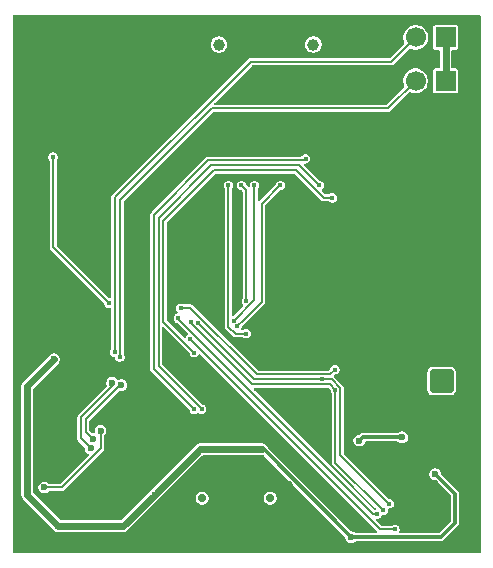
<source format=gbr>
%TF.GenerationSoftware,KiCad,Pcbnew,9.0.6*%
%TF.CreationDate,2025-12-31T22:25:04-08:00*%
%TF.ProjectId,SimpleFlightController,53696d70-6c65-4466-9c69-676874436f6e,rev?*%
%TF.SameCoordinates,Original*%
%TF.FileFunction,Copper,L2,Bot*%
%TF.FilePolarity,Positive*%
%FSLAX46Y46*%
G04 Gerber Fmt 4.6, Leading zero omitted, Abs format (unit mm)*
G04 Created by KiCad (PCBNEW 9.0.6) date 2025-12-31 22:25:04*
%MOMM*%
%LPD*%
G01*
G04 APERTURE LIST*
G04 Aperture macros list*
%AMRoundRect*
0 Rectangle with rounded corners*
0 $1 Rounding radius*
0 $2 $3 $4 $5 $6 $7 $8 $9 X,Y pos of 4 corners*
0 Add a 4 corners polygon primitive as box body*
4,1,4,$2,$3,$4,$5,$6,$7,$8,$9,$2,$3,0*
0 Add four circle primitives for the rounded corners*
1,1,$1+$1,$2,$3*
1,1,$1+$1,$4,$5*
1,1,$1+$1,$6,$7*
1,1,$1+$1,$8,$9*
0 Add four rect primitives between the rounded corners*
20,1,$1+$1,$2,$3,$4,$5,0*
20,1,$1+$1,$4,$5,$6,$7,0*
20,1,$1+$1,$6,$7,$8,$9,0*
20,1,$1+$1,$8,$9,$2,$3,0*%
G04 Aperture macros list end*
%TA.AperFunction,ComponentPad*%
%ADD10RoundRect,0.250000X0.750000X-0.750000X0.750000X0.750000X-0.750000X0.750000X-0.750000X-0.750000X0*%
%TD*%
%TA.AperFunction,ComponentPad*%
%ADD11C,2.000000*%
%TD*%
%TA.AperFunction,ComponentPad*%
%ADD12C,0.700000*%
%TD*%
%TA.AperFunction,ComponentPad*%
%ADD13O,1.100000X2.000000*%
%TD*%
%TA.AperFunction,ComponentPad*%
%ADD14O,1.200000X1.800000*%
%TD*%
%TA.AperFunction,ComponentPad*%
%ADD15R,1.700000X1.700000*%
%TD*%
%TA.AperFunction,ComponentPad*%
%ADD16C,1.700000*%
%TD*%
%TA.AperFunction,ComponentPad*%
%ADD17C,1.000000*%
%TD*%
%TA.AperFunction,ViaPad*%
%ADD18C,0.600000*%
%TD*%
%TA.AperFunction,ViaPad*%
%ADD19C,0.400000*%
%TD*%
%TA.AperFunction,Conductor*%
%ADD20C,0.300000*%
%TD*%
%TA.AperFunction,Conductor*%
%ADD21C,0.600000*%
%TD*%
%TA.AperFunction,Conductor*%
%ADD22C,0.200000*%
%TD*%
G04 APERTURE END LIST*
D10*
%TO.P,J1,1,Pin_1*%
%TO.N,BAT+*%
X178850000Y-119190000D03*
D11*
%TO.P,J1,2,Pin_2*%
%TO.N,GND*%
X178850000Y-116650000D03*
%TD*%
D12*
%TO.P,USB1,*%
%TO.N,*%
X158563434Y-129096569D03*
X164343434Y-129096569D03*
D13*
%TO.P,USB1,13,SHELL*%
%TO.N,GND*%
X157133434Y-128566569D03*
D14*
X157133434Y-132776569D03*
D13*
%TO.P,USB1,14,SHELL*%
X165773434Y-128566569D03*
D14*
X165773434Y-132776569D03*
%TD*%
D15*
%TO.P,J3,1,Pin_1*%
%TO.N,+5V*%
X179175000Y-93775000D03*
D16*
%TO.P,J3,2,Pin_2*%
%TO.N,/SERVO2*%
X176635000Y-93775000D03*
%TO.P,J3,3,Pin_3*%
%TO.N,GND*%
X174095000Y-93775000D03*
%TD*%
D17*
%TO.P,Card1,*%
%TO.N,*%
X167990000Y-90700000D03*
X159990000Y-90700000D03*
%TD*%
D15*
%TO.P,J2,1,Pin_1*%
%TO.N,+5V*%
X179190000Y-90100000D03*
D16*
%TO.P,J2,2,Pin_2*%
%TO.N,/SERVO1*%
X176650000Y-90100000D03*
%TO.P,J2,3,Pin_3*%
%TO.N,GND*%
X174110000Y-90100000D03*
%TD*%
D18*
%TO.N,GND*%
X175650000Y-113375000D03*
X173650000Y-126750000D03*
X149700000Y-126550000D03*
X161450000Y-112800000D03*
X178247182Y-127802818D03*
X168250000Y-121500000D03*
X147650000Y-119200000D03*
X164550000Y-120375000D03*
%TO.N,/BTST*%
X175500000Y-123950000D03*
X171880000Y-124230000D03*
%TO.N,+3.3V*%
X146025000Y-117350000D03*
X154550000Y-128800000D03*
X178298591Y-127076409D03*
X146400000Y-131475000D03*
X163675000Y-124975000D03*
X171189650Y-132400000D03*
X151875000Y-131475000D03*
D19*
%TO.N,/RESET*%
X145950000Y-100225000D03*
X150700000Y-112600000D03*
%TO.N,/SD_DAT1*%
X158525000Y-121575000D03*
X168500000Y-102625000D03*
%TO.N,/SD_DAT0*%
X157900000Y-121600000D03*
X167325000Y-100350000D03*
%TO.N,/SD_CD*%
X169600000Y-103675000D03*
X157900000Y-116775000D03*
%TO.N,/SD_DAT2*%
X162300000Y-115175000D03*
X160800000Y-102625000D03*
%TO.N,/SD_DAT3*%
X162317157Y-112442157D03*
X161900000Y-102625000D03*
%TO.N,/SD_CLK*%
X161537437Y-114537437D03*
X165200000Y-102625000D03*
%TO.N,/SD_CMD*%
X163000000Y-102625000D03*
X161246383Y-114121383D03*
%TO.N,/SERVO1*%
X151175000Y-116750000D03*
%TO.N,/SERVO2*%
X151600000Y-117150000D03*
%TO.N,/I2C_SDA*%
X169850000Y-119925000D03*
X173900000Y-130150000D03*
X157650000Y-114200000D03*
%TO.N,/I2C_SCL*%
X168725000Y-119050000D03*
X174400000Y-129575000D03*
X158257170Y-114282170D03*
%TO.N,/BQ_INT*%
X174900000Y-131750000D03*
X157550000Y-115650000D03*
%TO.N,/BQ_CE*%
X173375000Y-130450000D03*
X156550000Y-113868020D03*
D18*
%TO.N,/ICM_INT1*%
X145200000Y-128200000D03*
X149968935Y-123418935D03*
%TO.N,/ICM_CS*%
X149133265Y-124883265D03*
X150938298Y-119338298D03*
%TO.N,/ICM_SCK*%
X151712850Y-119538482D03*
X149289250Y-124098617D03*
D19*
%TO.N,/BMP_INT*%
X156750000Y-113000000D03*
X169800000Y-118225000D03*
%TD*%
D20*
%TO.N,/BTST*%
X175500000Y-123950000D02*
X172160000Y-123950000D01*
X172160000Y-123950000D02*
X171880000Y-124230000D01*
D21*
%TO.N,+5V*%
X179175000Y-93775000D02*
X179175000Y-90115000D01*
X179175000Y-90115000D02*
X179190000Y-90100000D01*
%TO.N,+3.3V*%
X143775000Y-128850000D02*
X146400000Y-131475000D01*
X143775000Y-119600000D02*
X143775000Y-128850000D01*
X154550000Y-128800000D02*
X151875000Y-131475000D01*
D20*
X180000000Y-131175000D02*
X178775000Y-132400000D01*
X171189650Y-132400000D02*
X163764650Y-124975000D01*
X178298591Y-127076409D02*
X180000000Y-128777818D01*
X180000000Y-128777818D02*
X180000000Y-131175000D01*
X163764650Y-124975000D02*
X163675000Y-124975000D01*
D21*
X158375000Y-124975000D02*
X154550000Y-128800000D01*
X163675000Y-124975000D02*
X158375000Y-124975000D01*
X151875000Y-131475000D02*
X146400000Y-131475000D01*
D20*
X178775000Y-132400000D02*
X171189650Y-132400000D01*
D21*
X146025000Y-117350000D02*
X143775000Y-119600000D01*
D22*
%TO.N,/RESET*%
X145950000Y-100225000D02*
X145950000Y-107850000D01*
X145950000Y-107850000D02*
X150700000Y-112600000D01*
%TO.N,/SD_DAT1*%
X154875000Y-105375000D02*
X159350000Y-100900000D01*
X154875000Y-117925000D02*
X154875000Y-105375000D01*
X158525000Y-121575000D02*
X154875000Y-117925000D01*
X159350000Y-100900000D02*
X166775000Y-100900000D01*
X166775000Y-100900000D02*
X168500000Y-102625000D01*
%TO.N,/SD_DAT0*%
X154475000Y-118175000D02*
X157900000Y-121600000D01*
X167325000Y-100350000D02*
X167175000Y-100500000D01*
X167175000Y-100500000D02*
X159100000Y-100500000D01*
X159100000Y-100500000D02*
X154475000Y-105125000D01*
X154475000Y-105125000D02*
X154475000Y-118175000D01*
%TO.N,/SD_CD*%
X166525000Y-101325000D02*
X168875000Y-103675000D01*
X168875000Y-103675000D02*
X169600000Y-103675000D01*
X159575000Y-101325000D02*
X166525000Y-101325000D01*
X155275000Y-105625000D02*
X159575000Y-101325000D01*
X155275000Y-114150000D02*
X155275000Y-105625000D01*
X157900000Y-116775000D02*
X155275000Y-114150000D01*
%TO.N,/SD_DAT2*%
X160800000Y-102625000D02*
X160800000Y-114575000D01*
X161400000Y-115175000D02*
X162300000Y-115175000D01*
X160800000Y-114575000D02*
X161400000Y-115175000D01*
%TO.N,/SD_DAT3*%
X162300000Y-103025000D02*
X161900000Y-102625000D01*
X162317157Y-112442157D02*
X162300000Y-112425000D01*
X162300000Y-112425000D02*
X162300000Y-103025000D01*
%TO.N,/SD_CLK*%
X162075000Y-114000000D02*
X163600000Y-112475000D01*
X161537437Y-114537437D02*
X162074874Y-114000000D01*
X163600000Y-112475000D02*
X163600000Y-104225000D01*
X163600000Y-104225000D02*
X165200000Y-102625000D01*
X162074874Y-114000000D02*
X162075000Y-114000000D01*
%TO.N,/SD_CMD*%
X161246383Y-114078617D02*
X163000000Y-112325000D01*
X161246383Y-114121383D02*
X161246383Y-114078617D01*
X163000000Y-112325000D02*
X163000000Y-102625000D01*
%TO.N,/SERVO1*%
X174600000Y-92150000D02*
X176650000Y-90100000D01*
X151175000Y-116750000D02*
X151175000Y-103650000D01*
X151175000Y-103650000D02*
X162675000Y-92150000D01*
X162675000Y-92150000D02*
X174600000Y-92150000D01*
%TO.N,/SERVO2*%
X151650000Y-117100000D02*
X151650000Y-103825000D01*
X174310000Y-96100000D02*
X176635000Y-93775000D01*
X151650000Y-103825000D02*
X159375000Y-96100000D01*
X159375000Y-96100000D02*
X174310000Y-96100000D01*
X151600000Y-117150000D02*
X151650000Y-117100000D01*
%TO.N,/I2C_SDA*%
X169850000Y-120475000D02*
X169850000Y-119925000D01*
X157650000Y-114300000D02*
X162825000Y-119475000D01*
X157650000Y-114200000D02*
X157650000Y-114300000D01*
X169400000Y-119475000D02*
X169850000Y-119925000D01*
X173900000Y-130150000D02*
X169850000Y-126100000D01*
X162825000Y-119475000D02*
X169400000Y-119475000D01*
X169850000Y-126100000D02*
X169850000Y-120475000D01*
%TO.N,/I2C_SCL*%
X158257170Y-114282170D02*
X158294670Y-114319670D01*
X158294670Y-114344670D02*
X163000000Y-119050000D01*
X174400000Y-129575000D02*
X170251000Y-125426000D01*
X170251000Y-125426000D02*
X170251000Y-119758900D01*
X163000000Y-119050000D02*
X168725000Y-119050000D01*
X170251000Y-119758900D02*
X169542100Y-119050000D01*
X169542100Y-119050000D02*
X168725000Y-119050000D01*
X158294670Y-114319670D02*
X158294670Y-114344670D01*
%TO.N,/BQ_INT*%
X173650000Y-131750000D02*
X157550000Y-115650000D01*
X174900000Y-131750000D02*
X173650000Y-131750000D01*
%TO.N,/BQ_CE*%
X156550000Y-113950000D02*
X173050000Y-130450000D01*
X156550000Y-113868020D02*
X156550000Y-113950000D01*
X173050000Y-130450000D02*
X173375000Y-130450000D01*
%TO.N,/ICM_INT1*%
X146666473Y-128200000D02*
X149968935Y-124897538D01*
X145200000Y-128200000D02*
X146666473Y-128200000D01*
X149968935Y-124897538D02*
X149968935Y-123418935D01*
%TO.N,/ICM_CS*%
X150938298Y-119338298D02*
X150938298Y-119611702D01*
X150938298Y-119611702D02*
X148300000Y-122250000D01*
X148300000Y-124050000D02*
X149133265Y-124883265D01*
X148300000Y-122250000D02*
X148300000Y-124050000D01*
%TO.N,/ICM_SCK*%
X151712850Y-119538482D02*
X151611518Y-119538482D01*
X148718935Y-122431065D02*
X148718935Y-123528302D01*
X151611518Y-119538482D02*
X148718935Y-122431065D01*
X148718935Y-123528302D02*
X149289250Y-124098617D01*
%TO.N,/BMP_INT*%
X163200000Y-118625000D02*
X157575000Y-113000000D01*
X157575000Y-113000000D02*
X156750000Y-113000000D01*
X169800000Y-118225000D02*
X169400000Y-118625000D01*
X169400000Y-118625000D02*
X163200000Y-118625000D01*
%TD*%
%TA.AperFunction,Conductor*%
%TO.N,GND*%
G36*
X169292712Y-119794407D02*
G01*
X169304525Y-119804496D01*
X169421453Y-119921424D01*
X169447051Y-119971665D01*
X169447821Y-119971459D01*
X169448791Y-119975079D01*
X169449230Y-119975941D01*
X169449476Y-119977636D01*
X169449500Y-119977725D01*
X169449500Y-119977727D01*
X169463593Y-120030325D01*
X169476794Y-120079589D01*
X169476794Y-120079590D01*
X169532764Y-120176532D01*
X169531509Y-120177256D01*
X169549466Y-120227968D01*
X169549500Y-120230557D01*
X169549500Y-126139564D01*
X169569978Y-126215988D01*
X169569980Y-126215992D01*
X169609538Y-126284508D01*
X169609540Y-126284511D01*
X171459137Y-128134108D01*
X173244191Y-129919162D01*
X173256965Y-129944233D01*
X173271023Y-129968582D01*
X173270740Y-129971269D01*
X173271968Y-129973679D01*
X173267566Y-130001468D01*
X173264628Y-130029432D01*
X173262820Y-130031440D01*
X173262397Y-130034111D01*
X173223688Y-130074902D01*
X173210982Y-130082238D01*
X173151134Y-130094960D01*
X173095238Y-130070074D01*
X173091477Y-130066506D01*
X162969475Y-119944504D01*
X162941698Y-119889987D01*
X162951269Y-119829555D01*
X162994534Y-119786290D01*
X163039479Y-119775500D01*
X169234521Y-119775500D01*
X169292712Y-119794407D01*
G37*
%TD.AperFunction*%
%TA.AperFunction,Conductor*%
G36*
X182108691Y-88194407D02*
G01*
X182144655Y-88243907D01*
X182149500Y-88274500D01*
X182149500Y-133675500D01*
X182130593Y-133733691D01*
X182081093Y-133769655D01*
X182050500Y-133774500D01*
X142649500Y-133774500D01*
X142591309Y-133755593D01*
X142555345Y-133706093D01*
X142550500Y-133675500D01*
X142550500Y-119534108D01*
X143274500Y-119534108D01*
X143274500Y-128784108D01*
X143274500Y-128915892D01*
X143283243Y-128948521D01*
X143308609Y-129043190D01*
X143374496Y-129157309D01*
X143374497Y-129157310D01*
X143374498Y-129157311D01*
X143374500Y-129157314D01*
X145999500Y-131782314D01*
X145999499Y-131782314D01*
X146092685Y-131875499D01*
X146092690Y-131875503D01*
X146206810Y-131941390D01*
X146206808Y-131941390D01*
X146206812Y-131941391D01*
X146206814Y-131941392D01*
X146334108Y-131975500D01*
X146334110Y-131975500D01*
X151940890Y-131975500D01*
X151940892Y-131975500D01*
X152068186Y-131941392D01*
X152068188Y-131941390D01*
X152068190Y-131941390D01*
X152182309Y-131875503D01*
X152182309Y-131875502D01*
X152182314Y-131875500D01*
X154857311Y-129200501D01*
X154857314Y-129200500D01*
X155033720Y-129024094D01*
X158012934Y-129024094D01*
X158012934Y-129169044D01*
X158042521Y-129279465D01*
X158050451Y-129309058D01*
X158122921Y-129434579D01*
X158122923Y-129434581D01*
X158122925Y-129434584D01*
X158225419Y-129537078D01*
X158225421Y-129537079D01*
X158225423Y-129537081D01*
X158350945Y-129609551D01*
X158350946Y-129609551D01*
X158350949Y-129609553D01*
X158490959Y-129647069D01*
X158490960Y-129647069D01*
X158635908Y-129647069D01*
X158635909Y-129647069D01*
X158775919Y-129609553D01*
X158775921Y-129609551D01*
X158775923Y-129609551D01*
X158901444Y-129537081D01*
X158901444Y-129537080D01*
X158901449Y-129537078D01*
X159003943Y-129434584D01*
X159012125Y-129420413D01*
X159076416Y-129309058D01*
X159076416Y-129309056D01*
X159076418Y-129309054D01*
X159113934Y-129169044D01*
X159113934Y-129024094D01*
X163792934Y-129024094D01*
X163792934Y-129169044D01*
X163822521Y-129279465D01*
X163830451Y-129309058D01*
X163902921Y-129434579D01*
X163902923Y-129434581D01*
X163902925Y-129434584D01*
X164005419Y-129537078D01*
X164005421Y-129537079D01*
X164005423Y-129537081D01*
X164130945Y-129609551D01*
X164130946Y-129609551D01*
X164130949Y-129609553D01*
X164270959Y-129647069D01*
X164270960Y-129647069D01*
X164415908Y-129647069D01*
X164415909Y-129647069D01*
X164555919Y-129609553D01*
X164555921Y-129609551D01*
X164555923Y-129609551D01*
X164681444Y-129537081D01*
X164681444Y-129537080D01*
X164681449Y-129537078D01*
X164783943Y-129434584D01*
X164792125Y-129420413D01*
X164856416Y-129309058D01*
X164856416Y-129309056D01*
X164856418Y-129309054D01*
X164893934Y-129169044D01*
X164893934Y-129024094D01*
X164856418Y-128884084D01*
X164856416Y-128884081D01*
X164856416Y-128884079D01*
X164783946Y-128758558D01*
X164783944Y-128758556D01*
X164783943Y-128758554D01*
X164681449Y-128656060D01*
X164681446Y-128656058D01*
X164681444Y-128656056D01*
X164555922Y-128583586D01*
X164555923Y-128583586D01*
X164477625Y-128562606D01*
X164415909Y-128546069D01*
X164270959Y-128546069D01*
X164209243Y-128562606D01*
X164130944Y-128583586D01*
X164005423Y-128656056D01*
X163902921Y-128758558D01*
X163830451Y-128884079D01*
X163821927Y-128915892D01*
X163792934Y-129024094D01*
X159113934Y-129024094D01*
X159076418Y-128884084D01*
X159076416Y-128884081D01*
X159076416Y-128884079D01*
X159003946Y-128758558D01*
X159003944Y-128758556D01*
X159003943Y-128758554D01*
X158901449Y-128656060D01*
X158901446Y-128656058D01*
X158901444Y-128656056D01*
X158775922Y-128583586D01*
X158775923Y-128583586D01*
X158697625Y-128562606D01*
X158635909Y-128546069D01*
X158490959Y-128546069D01*
X158429243Y-128562606D01*
X158350944Y-128583586D01*
X158225423Y-128656056D01*
X158122921Y-128758558D01*
X158050451Y-128884079D01*
X158041927Y-128915892D01*
X158012934Y-129024094D01*
X155033720Y-129024094D01*
X158553318Y-125504496D01*
X158607835Y-125476719D01*
X158623322Y-125475500D01*
X163728460Y-125475500D01*
X163786651Y-125494407D01*
X163798464Y-125504496D01*
X170660154Y-132366186D01*
X170687931Y-132420703D01*
X170689150Y-132436190D01*
X170689150Y-132465892D01*
X170719229Y-132578151D01*
X170723259Y-132593190D01*
X170789146Y-132707309D01*
X170789148Y-132707311D01*
X170789150Y-132707314D01*
X170882336Y-132800500D01*
X170882338Y-132800501D01*
X170882340Y-132800503D01*
X170996460Y-132866390D01*
X170996458Y-132866390D01*
X170996462Y-132866391D01*
X170996464Y-132866392D01*
X171123758Y-132900500D01*
X171123760Y-132900500D01*
X171255540Y-132900500D01*
X171255542Y-132900500D01*
X171382836Y-132866392D01*
X171382838Y-132866390D01*
X171382840Y-132866390D01*
X171496959Y-132800503D01*
X171496959Y-132800502D01*
X171496964Y-132800500D01*
X171517969Y-132779494D01*
X171572484Y-132751719D01*
X171587971Y-132750500D01*
X178821142Y-132750500D01*
X178821144Y-132750500D01*
X178910288Y-132726614D01*
X178990212Y-132680470D01*
X180280470Y-131390212D01*
X180326614Y-131310288D01*
X180350500Y-131221144D01*
X180350500Y-128731674D01*
X180326614Y-128642530D01*
X180311970Y-128617165D01*
X180302349Y-128600501D01*
X180292582Y-128583585D01*
X180280470Y-128562606D01*
X178828087Y-127110223D01*
X178800310Y-127055706D01*
X178799091Y-127040219D01*
X178799091Y-127010518D01*
X178799091Y-127010517D01*
X178764983Y-126883223D01*
X178764981Y-126883220D01*
X178764981Y-126883218D01*
X178699094Y-126769099D01*
X178699092Y-126769097D01*
X178699091Y-126769095D01*
X178605905Y-126675909D01*
X178605902Y-126675907D01*
X178605900Y-126675905D01*
X178491780Y-126610018D01*
X178491782Y-126610018D01*
X178442390Y-126596784D01*
X178364483Y-126575909D01*
X178232699Y-126575909D01*
X178154791Y-126596784D01*
X178105400Y-126610018D01*
X177991281Y-126675905D01*
X177898087Y-126769099D01*
X177832200Y-126883218D01*
X177832199Y-126883223D01*
X177798091Y-127010517D01*
X177798091Y-127142301D01*
X177828170Y-127254560D01*
X177832200Y-127269599D01*
X177898087Y-127383718D01*
X177898089Y-127383720D01*
X177898091Y-127383723D01*
X177991277Y-127476909D01*
X177991279Y-127476910D01*
X177991281Y-127476912D01*
X178105401Y-127542799D01*
X178105399Y-127542799D01*
X178105403Y-127542800D01*
X178105405Y-127542801D01*
X178232699Y-127576909D01*
X178262401Y-127576909D01*
X178320592Y-127595816D01*
X178332405Y-127605905D01*
X179620504Y-128894004D01*
X179648281Y-128948521D01*
X179649500Y-128964008D01*
X179649500Y-130988810D01*
X179630593Y-131047001D01*
X179620504Y-131058814D01*
X178658814Y-132020504D01*
X178604297Y-132048281D01*
X178588810Y-132049500D01*
X175361014Y-132049500D01*
X175302823Y-132030593D01*
X175266859Y-131981093D01*
X175266859Y-131919907D01*
X175270967Y-131910681D01*
X175270724Y-131910581D01*
X175273202Y-131904594D01*
X175273207Y-131904587D01*
X175300500Y-131802727D01*
X175300500Y-131697273D01*
X175273207Y-131595413D01*
X175220480Y-131504087D01*
X175145913Y-131429520D01*
X175077829Y-131390212D01*
X175054589Y-131376794D01*
X175054588Y-131376793D01*
X175054587Y-131376793D01*
X174952727Y-131349500D01*
X174847273Y-131349500D01*
X174745413Y-131376793D01*
X174745412Y-131376793D01*
X174745410Y-131376794D01*
X174745409Y-131376794D01*
X174648468Y-131432764D01*
X174647743Y-131431509D01*
X174597032Y-131449466D01*
X174594443Y-131449500D01*
X173815479Y-131449500D01*
X173757288Y-131430593D01*
X173745475Y-131420504D01*
X173344475Y-131019504D01*
X173316698Y-130964987D01*
X173326269Y-130904555D01*
X173369534Y-130861290D01*
X173414479Y-130850500D01*
X173427725Y-130850500D01*
X173427727Y-130850500D01*
X173529587Y-130823207D01*
X173620913Y-130770480D01*
X173695480Y-130695913D01*
X173748207Y-130604587D01*
X173748208Y-130604582D01*
X173751150Y-130599487D01*
X173796620Y-130558546D01*
X173840784Y-130552142D01*
X173840784Y-130550500D01*
X173952725Y-130550500D01*
X173952727Y-130550500D01*
X174054587Y-130523207D01*
X174145913Y-130470480D01*
X174220480Y-130395913D01*
X174273207Y-130304587D01*
X174300500Y-130202727D01*
X174300500Y-130097273D01*
X174300499Y-130097272D01*
X174299653Y-130090841D01*
X174301764Y-130090562D01*
X174304464Y-130039025D01*
X174342967Y-129991474D01*
X174396890Y-129975500D01*
X174452725Y-129975500D01*
X174452727Y-129975500D01*
X174554587Y-129948207D01*
X174645913Y-129895480D01*
X174720480Y-129820913D01*
X174773207Y-129729587D01*
X174800500Y-129627727D01*
X174800500Y-129522273D01*
X174773207Y-129420413D01*
X174720480Y-129329087D01*
X174645913Y-129254520D01*
X174566465Y-129208651D01*
X174554589Y-129201794D01*
X174554588Y-129201793D01*
X174554587Y-129201793D01*
X174452727Y-129174500D01*
X174452725Y-129174500D01*
X174446459Y-129172821D01*
X174446833Y-129171422D01*
X174398273Y-129148254D01*
X174396424Y-129146453D01*
X170580496Y-125330525D01*
X170552719Y-125276008D01*
X170551500Y-125260521D01*
X170551500Y-124164108D01*
X171379500Y-124164108D01*
X171379500Y-124295892D01*
X171388504Y-124329496D01*
X171413609Y-124423190D01*
X171479496Y-124537309D01*
X171479498Y-124537311D01*
X171479500Y-124537314D01*
X171572686Y-124630500D01*
X171572688Y-124630501D01*
X171572690Y-124630503D01*
X171686810Y-124696390D01*
X171686808Y-124696390D01*
X171686812Y-124696391D01*
X171686814Y-124696392D01*
X171814108Y-124730500D01*
X171814110Y-124730500D01*
X171945890Y-124730500D01*
X171945892Y-124730500D01*
X172073186Y-124696392D01*
X172073188Y-124696390D01*
X172073190Y-124696390D01*
X172187309Y-124630503D01*
X172187309Y-124630502D01*
X172187314Y-124630500D01*
X172280500Y-124537314D01*
X172346392Y-124423186D01*
X172353278Y-124397483D01*
X172359605Y-124373876D01*
X172392929Y-124322562D01*
X172450050Y-124300636D01*
X172455231Y-124300500D01*
X175101679Y-124300500D01*
X175159870Y-124319407D01*
X175171676Y-124329490D01*
X175192686Y-124350500D01*
X175192688Y-124350501D01*
X175192690Y-124350503D01*
X175306810Y-124416390D01*
X175306808Y-124416390D01*
X175306812Y-124416391D01*
X175306814Y-124416392D01*
X175434108Y-124450500D01*
X175434110Y-124450500D01*
X175565890Y-124450500D01*
X175565892Y-124450500D01*
X175693186Y-124416392D01*
X175693188Y-124416390D01*
X175693190Y-124416390D01*
X175807309Y-124350503D01*
X175807309Y-124350502D01*
X175807314Y-124350500D01*
X175900500Y-124257314D01*
X175900503Y-124257309D01*
X175966390Y-124143190D01*
X175966390Y-124143188D01*
X175966392Y-124143186D01*
X176000500Y-124015892D01*
X176000500Y-123884108D01*
X175966392Y-123756814D01*
X175966390Y-123756811D01*
X175966390Y-123756809D01*
X175900503Y-123642690D01*
X175900501Y-123642688D01*
X175900500Y-123642686D01*
X175807314Y-123549500D01*
X175807311Y-123549498D01*
X175807309Y-123549496D01*
X175693189Y-123483609D01*
X175693191Y-123483609D01*
X175643799Y-123470375D01*
X175565892Y-123449500D01*
X175434108Y-123449500D01*
X175356200Y-123470375D01*
X175306809Y-123483609D01*
X175192690Y-123549496D01*
X175192689Y-123549497D01*
X175192686Y-123549499D01*
X175192686Y-123549500D01*
X175171680Y-123570505D01*
X175117166Y-123598281D01*
X175101679Y-123599500D01*
X172206144Y-123599500D01*
X172113856Y-123599500D01*
X172024712Y-123623386D01*
X171944788Y-123669530D01*
X171913813Y-123700505D01*
X171859296Y-123728281D01*
X171843810Y-123729500D01*
X171814108Y-123729500D01*
X171736200Y-123750375D01*
X171686809Y-123763609D01*
X171572690Y-123829496D01*
X171479496Y-123922690D01*
X171413609Y-124036809D01*
X171413608Y-124036814D01*
X171379500Y-124164108D01*
X170551500Y-124164108D01*
X170551500Y-119719337D01*
X170551499Y-119719335D01*
X170531021Y-119642911D01*
X170531019Y-119642907D01*
X170491460Y-119574389D01*
X170435511Y-119518439D01*
X170435511Y-119518440D01*
X169753521Y-118836450D01*
X169746403Y-118822479D01*
X169735317Y-118811393D01*
X169732864Y-118795907D01*
X169725746Y-118781936D01*
X169728198Y-118766448D01*
X169725746Y-118750961D01*
X169732864Y-118736991D01*
X169735317Y-118721504D01*
X169753519Y-118696450D01*
X169796425Y-118653545D01*
X169846664Y-118627947D01*
X169846459Y-118627179D01*
X169850075Y-118626209D01*
X169850941Y-118625769D01*
X169852641Y-118625522D01*
X169852723Y-118625500D01*
X169852727Y-118625500D01*
X169954587Y-118598207D01*
X170045913Y-118545480D01*
X170120480Y-118470913D01*
X170169663Y-118385725D01*
X177649500Y-118385725D01*
X177649500Y-119994274D01*
X177652353Y-120024694D01*
X177652355Y-120024703D01*
X177697207Y-120152883D01*
X177777845Y-120262144D01*
X177777847Y-120262146D01*
X177777850Y-120262150D01*
X177777853Y-120262152D01*
X177777855Y-120262154D01*
X177887116Y-120342792D01*
X177887117Y-120342792D01*
X177887118Y-120342793D01*
X178015301Y-120387646D01*
X178045725Y-120390499D01*
X178045727Y-120390500D01*
X178045734Y-120390500D01*
X179654273Y-120390500D01*
X179654273Y-120390499D01*
X179684699Y-120387646D01*
X179812882Y-120342793D01*
X179922150Y-120262150D01*
X180002793Y-120152882D01*
X180047646Y-120024699D01*
X180050499Y-119994273D01*
X180050500Y-119994273D01*
X180050500Y-118385727D01*
X180050499Y-118385725D01*
X180049924Y-118379590D01*
X180047646Y-118355301D01*
X180002793Y-118227118D01*
X180002505Y-118226728D01*
X179922154Y-118117855D01*
X179922152Y-118117853D01*
X179922150Y-118117850D01*
X179922146Y-118117847D01*
X179922144Y-118117845D01*
X179812883Y-118037207D01*
X179684703Y-117992355D01*
X179684694Y-117992353D01*
X179654274Y-117989500D01*
X179654266Y-117989500D01*
X178045734Y-117989500D01*
X178045725Y-117989500D01*
X178015305Y-117992353D01*
X178015296Y-117992355D01*
X177887116Y-118037207D01*
X177777855Y-118117845D01*
X177777845Y-118117855D01*
X177697207Y-118227116D01*
X177652355Y-118355296D01*
X177652353Y-118355305D01*
X177649500Y-118385725D01*
X170169663Y-118385725D01*
X170173207Y-118379587D01*
X170200500Y-118277727D01*
X170200500Y-118172273D01*
X170173207Y-118070413D01*
X170120480Y-117979087D01*
X170045913Y-117904520D01*
X169954587Y-117851793D01*
X169852727Y-117824500D01*
X169747273Y-117824500D01*
X169645413Y-117851793D01*
X169645412Y-117851793D01*
X169645410Y-117851794D01*
X169645409Y-117851794D01*
X169554089Y-117904518D01*
X169479518Y-117979089D01*
X169426794Y-118070409D01*
X169426794Y-118070410D01*
X169399152Y-118173570D01*
X169399230Y-118174057D01*
X169398792Y-118174916D01*
X169397821Y-118178541D01*
X169397050Y-118178334D01*
X169385900Y-118200218D01*
X169373252Y-118226728D01*
X169371453Y-118228574D01*
X169304525Y-118295503D01*
X169250009Y-118323281D01*
X169234521Y-118324500D01*
X163365479Y-118324500D01*
X163307288Y-118305593D01*
X163295475Y-118295504D01*
X160548176Y-115548205D01*
X157759511Y-112759540D01*
X157750066Y-112754087D01*
X157690989Y-112719979D01*
X157690988Y-112719978D01*
X157690987Y-112719978D01*
X157614564Y-112699500D01*
X157614562Y-112699500D01*
X157055557Y-112699500D01*
X157001929Y-112682075D01*
X157001532Y-112682764D01*
X156998293Y-112680894D01*
X156997366Y-112680593D01*
X156995985Y-112679561D01*
X156904589Y-112626794D01*
X156904588Y-112626793D01*
X156904587Y-112626793D01*
X156802727Y-112599500D01*
X156697273Y-112599500D01*
X156595413Y-112626793D01*
X156595412Y-112626793D01*
X156595410Y-112626794D01*
X156595409Y-112626794D01*
X156504089Y-112679518D01*
X156429518Y-112754089D01*
X156376794Y-112845409D01*
X156376794Y-112845410D01*
X156376793Y-112845412D01*
X156376793Y-112845413D01*
X156349500Y-112947273D01*
X156349500Y-113052727D01*
X156376793Y-113154587D01*
X156376794Y-113154589D01*
X156376794Y-113154590D01*
X156429518Y-113245910D01*
X156429520Y-113245913D01*
X156497365Y-113313758D01*
X156525141Y-113368273D01*
X156515570Y-113428705D01*
X156472305Y-113471970D01*
X156452984Y-113479386D01*
X156395416Y-113494811D01*
X156395409Y-113494814D01*
X156304089Y-113547538D01*
X156229518Y-113622109D01*
X156176794Y-113713429D01*
X156176794Y-113713430D01*
X156176793Y-113713432D01*
X156176793Y-113713433D01*
X156149500Y-113815293D01*
X156149500Y-113920747D01*
X156158434Y-113954089D01*
X156176794Y-114022609D01*
X156176794Y-114022610D01*
X156229025Y-114113076D01*
X156229520Y-114113933D01*
X156304087Y-114188500D01*
X156304089Y-114188501D01*
X156395407Y-114241224D01*
X156395408Y-114241224D01*
X156395413Y-114241227D01*
X156398254Y-114241988D01*
X156400799Y-114243457D01*
X156401411Y-114243711D01*
X156401377Y-114243791D01*
X156442641Y-114267612D01*
X157339944Y-115164915D01*
X157367721Y-115219432D01*
X157358150Y-115279864D01*
X157319442Y-115320654D01*
X157304089Y-115329518D01*
X157229519Y-115404088D01*
X157193203Y-115466989D01*
X157147733Y-115507929D01*
X157086883Y-115514324D01*
X157037463Y-115487492D01*
X155604496Y-114054525D01*
X155576719Y-114000008D01*
X155575500Y-113984521D01*
X155575500Y-105790479D01*
X155594407Y-105732288D01*
X155604496Y-105720475D01*
X158752698Y-102572273D01*
X160399500Y-102572273D01*
X160399500Y-102677727D01*
X160421090Y-102758302D01*
X160426794Y-102779589D01*
X160426794Y-102779590D01*
X160482764Y-102876532D01*
X160481509Y-102877256D01*
X160499466Y-102927968D01*
X160499500Y-102930557D01*
X160499500Y-114614562D01*
X160519979Y-114690989D01*
X160520577Y-114692024D01*
X160559540Y-114759511D01*
X161159540Y-115359511D01*
X161159539Y-115359511D01*
X161215489Y-115415460D01*
X161284007Y-115455019D01*
X161284011Y-115455021D01*
X161360435Y-115475499D01*
X161360437Y-115475500D01*
X161360438Y-115475500D01*
X161439562Y-115475500D01*
X161994443Y-115475500D01*
X162048070Y-115492924D01*
X162048468Y-115492236D01*
X162051706Y-115494105D01*
X162052634Y-115494407D01*
X162054014Y-115495438D01*
X162075649Y-115507929D01*
X162145413Y-115548207D01*
X162247273Y-115575500D01*
X162247275Y-115575500D01*
X162352725Y-115575500D01*
X162352727Y-115575500D01*
X162454587Y-115548207D01*
X162545913Y-115495480D01*
X162620480Y-115420913D01*
X162673207Y-115329587D01*
X162700500Y-115227727D01*
X162700500Y-115122273D01*
X162673207Y-115020413D01*
X162620480Y-114929087D01*
X162545913Y-114854520D01*
X162454587Y-114801793D01*
X162352727Y-114774500D01*
X162247273Y-114774500D01*
X162145413Y-114801793D01*
X162145412Y-114801793D01*
X162145410Y-114801794D01*
X162145409Y-114801794D01*
X162052927Y-114855189D01*
X162052634Y-114855593D01*
X162051706Y-114855894D01*
X162048468Y-114857764D01*
X162048070Y-114857075D01*
X162024694Y-114864670D01*
X161997032Y-114874466D01*
X161994443Y-114874500D01*
X161976764Y-114874500D01*
X161918573Y-114855593D01*
X161882609Y-114806093D01*
X161882609Y-114744907D01*
X161891028Y-114726000D01*
X161891459Y-114725252D01*
X161910644Y-114692024D01*
X161937937Y-114590164D01*
X161937937Y-114590161D01*
X161939616Y-114583896D01*
X161941017Y-114584271D01*
X161964169Y-114535723D01*
X161965948Y-114533896D01*
X162254356Y-114245487D01*
X162255374Y-114244596D01*
X162259508Y-114240461D01*
X162259511Y-114240460D01*
X162315460Y-114184511D01*
X163840460Y-112659511D01*
X163859350Y-112626793D01*
X163880020Y-112590992D01*
X163880020Y-112590990D01*
X163880022Y-112590988D01*
X163900500Y-112514562D01*
X163900500Y-112435438D01*
X163900500Y-104390479D01*
X163919407Y-104332288D01*
X163929496Y-104320475D01*
X164522246Y-103727725D01*
X165196426Y-103053544D01*
X165246664Y-103027947D01*
X165246459Y-103027179D01*
X165250075Y-103026209D01*
X165250941Y-103025769D01*
X165252642Y-103025522D01*
X165252724Y-103025500D01*
X165252727Y-103025500D01*
X165354587Y-102998207D01*
X165445913Y-102945480D01*
X165520480Y-102870913D01*
X165573207Y-102779587D01*
X165600500Y-102677727D01*
X165600500Y-102572273D01*
X165573207Y-102470413D01*
X165520480Y-102379087D01*
X165445913Y-102304520D01*
X165354587Y-102251793D01*
X165252727Y-102224500D01*
X165147273Y-102224500D01*
X165045413Y-102251793D01*
X165045412Y-102251793D01*
X165045410Y-102251794D01*
X165045409Y-102251794D01*
X164954089Y-102304518D01*
X164879518Y-102379089D01*
X164826794Y-102470409D01*
X164826794Y-102470410D01*
X164797821Y-102578541D01*
X164796422Y-102578166D01*
X164773252Y-102626728D01*
X164771453Y-102628575D01*
X163469504Y-103930525D01*
X163414987Y-103958302D01*
X163354555Y-103948731D01*
X163311290Y-103905466D01*
X163300500Y-103860521D01*
X163300500Y-102930557D01*
X163317924Y-102876929D01*
X163317236Y-102876532D01*
X163319105Y-102873293D01*
X163319407Y-102872366D01*
X163320438Y-102870985D01*
X163320482Y-102870910D01*
X163373207Y-102779587D01*
X163400500Y-102677727D01*
X163400500Y-102572273D01*
X163373207Y-102470413D01*
X163320480Y-102379087D01*
X163245913Y-102304520D01*
X163154587Y-102251793D01*
X163052727Y-102224500D01*
X162947273Y-102224500D01*
X162845413Y-102251793D01*
X162845412Y-102251793D01*
X162845410Y-102251794D01*
X162845409Y-102251794D01*
X162754089Y-102304518D01*
X162679518Y-102379089D01*
X162626794Y-102470409D01*
X162626794Y-102470410D01*
X162599500Y-102572274D01*
X162599500Y-102660521D01*
X162592336Y-102682568D01*
X162588710Y-102705466D01*
X162583061Y-102711114D01*
X162580593Y-102718712D01*
X162561836Y-102732339D01*
X162545445Y-102748731D01*
X162537555Y-102749980D01*
X162531093Y-102754676D01*
X162507908Y-102754676D01*
X162485013Y-102758302D01*
X162477896Y-102754676D01*
X162469907Y-102754676D01*
X162430496Y-102730525D01*
X162328546Y-102628575D01*
X162302948Y-102578334D01*
X162302179Y-102578541D01*
X162301209Y-102574922D01*
X162300769Y-102574058D01*
X162300522Y-102572357D01*
X162300500Y-102572274D01*
X162300500Y-102572273D01*
X162273207Y-102470413D01*
X162220480Y-102379087D01*
X162145913Y-102304520D01*
X162054587Y-102251793D01*
X161952727Y-102224500D01*
X161847273Y-102224500D01*
X161745413Y-102251793D01*
X161745412Y-102251793D01*
X161745410Y-102251794D01*
X161745409Y-102251794D01*
X161654089Y-102304518D01*
X161579518Y-102379089D01*
X161526794Y-102470409D01*
X161526794Y-102470410D01*
X161526793Y-102470412D01*
X161526793Y-102470413D01*
X161499500Y-102572273D01*
X161499500Y-102677727D01*
X161521090Y-102758302D01*
X161526794Y-102779589D01*
X161526794Y-102779590D01*
X161579518Y-102870910D01*
X161579520Y-102870913D01*
X161654087Y-102945480D01*
X161745413Y-102998207D01*
X161847273Y-103025500D01*
X161847277Y-103025500D01*
X161848568Y-103025846D01*
X161849058Y-103025769D01*
X161849922Y-103026209D01*
X161853541Y-103027179D01*
X161853334Y-103027948D01*
X161875216Y-103039097D01*
X161901715Y-103051735D01*
X161903575Y-103053546D01*
X161970504Y-103120475D01*
X161998281Y-103174992D01*
X161999500Y-103190479D01*
X161999500Y-112164828D01*
X161986237Y-112214325D01*
X161943950Y-112287570D01*
X161916657Y-112389430D01*
X161916657Y-112494884D01*
X161943950Y-112596744D01*
X161943951Y-112596746D01*
X161943951Y-112596747D01*
X161996675Y-112688067D01*
X161996677Y-112688070D01*
X162034315Y-112725708D01*
X162062091Y-112780223D01*
X162052520Y-112840655D01*
X162034314Y-112865714D01*
X161269504Y-113630524D01*
X161214987Y-113658301D01*
X161154555Y-113648730D01*
X161111290Y-113605465D01*
X161100500Y-113560520D01*
X161100500Y-102930557D01*
X161117924Y-102876929D01*
X161117236Y-102876532D01*
X161119105Y-102873293D01*
X161119407Y-102872366D01*
X161120438Y-102870985D01*
X161120482Y-102870910D01*
X161173207Y-102779587D01*
X161200500Y-102677727D01*
X161200500Y-102572273D01*
X161173207Y-102470413D01*
X161120480Y-102379087D01*
X161045913Y-102304520D01*
X160954587Y-102251793D01*
X160852727Y-102224500D01*
X160747273Y-102224500D01*
X160645413Y-102251793D01*
X160645412Y-102251793D01*
X160645410Y-102251794D01*
X160645409Y-102251794D01*
X160554089Y-102304518D01*
X160479518Y-102379089D01*
X160426794Y-102470409D01*
X160426794Y-102470410D01*
X160426793Y-102470412D01*
X160426793Y-102470413D01*
X160399500Y-102572273D01*
X158752698Y-102572273D01*
X159670475Y-101654496D01*
X159724992Y-101626719D01*
X159740479Y-101625500D01*
X166359521Y-101625500D01*
X166417712Y-101644407D01*
X166429525Y-101654496D01*
X168634540Y-103859511D01*
X168634539Y-103859511D01*
X168690489Y-103915460D01*
X168759007Y-103955019D01*
X168759011Y-103955021D01*
X168835435Y-103975499D01*
X168835437Y-103975500D01*
X168835438Y-103975500D01*
X169294443Y-103975500D01*
X169348070Y-103992924D01*
X169348468Y-103992236D01*
X169351706Y-103994105D01*
X169352634Y-103994407D01*
X169354014Y-103995438D01*
X169386320Y-104014089D01*
X169445413Y-104048207D01*
X169547273Y-104075500D01*
X169547275Y-104075500D01*
X169652725Y-104075500D01*
X169652727Y-104075500D01*
X169754587Y-104048207D01*
X169845913Y-103995480D01*
X169920480Y-103920913D01*
X169973207Y-103829587D01*
X170000500Y-103727727D01*
X170000500Y-103622273D01*
X169973207Y-103520413D01*
X169920480Y-103429087D01*
X169845913Y-103354520D01*
X169754587Y-103301793D01*
X169652727Y-103274500D01*
X169547273Y-103274500D01*
X169445413Y-103301793D01*
X169445412Y-103301793D01*
X169445410Y-103301794D01*
X169445409Y-103301794D01*
X169348468Y-103357764D01*
X169347743Y-103356509D01*
X169297032Y-103374466D01*
X169294443Y-103374500D01*
X169040479Y-103374500D01*
X168982288Y-103355593D01*
X168970475Y-103345504D01*
X168725904Y-103100933D01*
X168698127Y-103046416D01*
X168707698Y-102985984D01*
X168741494Y-102950377D01*
X168740767Y-102949429D01*
X168745906Y-102945485D01*
X168745908Y-102945482D01*
X168745913Y-102945480D01*
X168820480Y-102870913D01*
X168873207Y-102779587D01*
X168900500Y-102677727D01*
X168900500Y-102572273D01*
X168873207Y-102470413D01*
X168820480Y-102379087D01*
X168745913Y-102304520D01*
X168654587Y-102251793D01*
X168552727Y-102224500D01*
X168552725Y-102224500D01*
X168546459Y-102222821D01*
X168546833Y-102221422D01*
X168498273Y-102198254D01*
X168496424Y-102196453D01*
X167245830Y-100945859D01*
X167218053Y-100891342D01*
X167227624Y-100830910D01*
X167270889Y-100787645D01*
X167271630Y-100787272D01*
X167280561Y-100782815D01*
X167290989Y-100780021D01*
X167321741Y-100762265D01*
X167324445Y-100760917D01*
X167336526Y-100759107D01*
X167368649Y-100750500D01*
X167377725Y-100750500D01*
X167377727Y-100750500D01*
X167479587Y-100723207D01*
X167570913Y-100670480D01*
X167645480Y-100595913D01*
X167698207Y-100504587D01*
X167725500Y-100402727D01*
X167725500Y-100297273D01*
X167698207Y-100195413D01*
X167645480Y-100104087D01*
X167570913Y-100029520D01*
X167483560Y-99979087D01*
X167479589Y-99976794D01*
X167479588Y-99976793D01*
X167479587Y-99976793D01*
X167377727Y-99949500D01*
X167272273Y-99949500D01*
X167170413Y-99976793D01*
X167170412Y-99976793D01*
X167170410Y-99976794D01*
X167170409Y-99976794D01*
X167079089Y-100029518D01*
X167079087Y-100029520D01*
X167004520Y-100104087D01*
X166978011Y-100150001D01*
X166932543Y-100190941D01*
X166892276Y-100199500D01*
X159139562Y-100199500D01*
X159060438Y-100199500D01*
X159013661Y-100212033D01*
X158984007Y-100219979D01*
X158915493Y-100259536D01*
X154290489Y-104884540D01*
X154290488Y-104884539D01*
X154234539Y-104940489D01*
X154194980Y-105009007D01*
X154194978Y-105009011D01*
X154174500Y-105085435D01*
X154174500Y-118214564D01*
X154191425Y-118277727D01*
X154194979Y-118290989D01*
X154226150Y-118344979D01*
X154234540Y-118359511D01*
X155869295Y-119994266D01*
X157471453Y-121596424D01*
X157497051Y-121646665D01*
X157497821Y-121646459D01*
X157498791Y-121650079D01*
X157499230Y-121650941D01*
X157499476Y-121652636D01*
X157499500Y-121652725D01*
X157499500Y-121652727D01*
X157520095Y-121729590D01*
X157526794Y-121754589D01*
X157526794Y-121754590D01*
X157579518Y-121845910D01*
X157579520Y-121845913D01*
X157654087Y-121920480D01*
X157745413Y-121973207D01*
X157847273Y-122000500D01*
X157847275Y-122000500D01*
X157952725Y-122000500D01*
X157952727Y-122000500D01*
X158054587Y-121973207D01*
X158145913Y-121920480D01*
X158156791Y-121909601D01*
X158211305Y-121881823D01*
X158271737Y-121891393D01*
X158276295Y-121893868D01*
X158279086Y-121895479D01*
X158279087Y-121895480D01*
X158370413Y-121948207D01*
X158472273Y-121975500D01*
X158472275Y-121975500D01*
X158577725Y-121975500D01*
X158577727Y-121975500D01*
X158679587Y-121948207D01*
X158770913Y-121895480D01*
X158845480Y-121820913D01*
X158898207Y-121729587D01*
X158925500Y-121627727D01*
X158925500Y-121522273D01*
X158898207Y-121420413D01*
X158845480Y-121329087D01*
X158770913Y-121254520D01*
X158679587Y-121201793D01*
X158577727Y-121174500D01*
X158577725Y-121174500D01*
X158571459Y-121172821D01*
X158571833Y-121171422D01*
X158523273Y-121148254D01*
X158521424Y-121146453D01*
X155204496Y-117829525D01*
X155176719Y-117775008D01*
X155175500Y-117759521D01*
X155175500Y-114714479D01*
X155194407Y-114656288D01*
X155243907Y-114620324D01*
X155305093Y-114620324D01*
X155344504Y-114644475D01*
X157471453Y-116771424D01*
X157497051Y-116821665D01*
X157497821Y-116821459D01*
X157498791Y-116825079D01*
X157499230Y-116825941D01*
X157499476Y-116827636D01*
X157499500Y-116827725D01*
X157499500Y-116827727D01*
X157526784Y-116929555D01*
X157526794Y-116929589D01*
X157526794Y-116929590D01*
X157565086Y-116995913D01*
X157579520Y-117020913D01*
X157654087Y-117095480D01*
X157745413Y-117148207D01*
X157847273Y-117175500D01*
X157847275Y-117175500D01*
X157952725Y-117175500D01*
X157952727Y-117175500D01*
X158054587Y-117148207D01*
X158145913Y-117095480D01*
X158220480Y-117020913D01*
X158256796Y-116958010D01*
X158302264Y-116917070D01*
X158363115Y-116910674D01*
X158412536Y-116937507D01*
X173355525Y-131880496D01*
X173383302Y-131935013D01*
X173373731Y-131995445D01*
X173330466Y-132038710D01*
X173285521Y-132049500D01*
X171587971Y-132049500D01*
X171529780Y-132030593D01*
X171517973Y-132020509D01*
X171496964Y-131999500D01*
X171496961Y-131999498D01*
X171496959Y-131999496D01*
X171382839Y-131933609D01*
X171382841Y-131933609D01*
X171297270Y-131910681D01*
X171255542Y-131899500D01*
X171255540Y-131899500D01*
X171225840Y-131899500D01*
X171167649Y-131880593D01*
X171155836Y-131870504D01*
X164187323Y-124901991D01*
X164161701Y-124857611D01*
X164141392Y-124781814D01*
X164075500Y-124667686D01*
X163982314Y-124574500D01*
X163982311Y-124574498D01*
X163982309Y-124574496D01*
X163868189Y-124508609D01*
X163868191Y-124508609D01*
X163818799Y-124495375D01*
X163740892Y-124474500D01*
X158440893Y-124474500D01*
X158309108Y-124474500D01*
X158231200Y-124495375D01*
X158181809Y-124508609D01*
X158067690Y-124574496D01*
X151696682Y-130945504D01*
X151642165Y-130973281D01*
X151626678Y-130974500D01*
X146648322Y-130974500D01*
X146590131Y-130955593D01*
X146578318Y-130945504D01*
X144304496Y-128671682D01*
X144276719Y-128617165D01*
X144275500Y-128601678D01*
X144275500Y-128134108D01*
X144699500Y-128134108D01*
X144699500Y-128265892D01*
X144729579Y-128378151D01*
X144733609Y-128393190D01*
X144799496Y-128507309D01*
X144799498Y-128507311D01*
X144799500Y-128507314D01*
X144892686Y-128600500D01*
X144892688Y-128600501D01*
X144892690Y-128600503D01*
X145006810Y-128666390D01*
X145006808Y-128666390D01*
X145006812Y-128666391D01*
X145006814Y-128666392D01*
X145134108Y-128700500D01*
X145134110Y-128700500D01*
X145265890Y-128700500D01*
X145265892Y-128700500D01*
X145393186Y-128666392D01*
X145393188Y-128666390D01*
X145393190Y-128666390D01*
X145507309Y-128600503D01*
X145507309Y-128600502D01*
X145507314Y-128600500D01*
X145578319Y-128529494D01*
X145632834Y-128501719D01*
X145648321Y-128500500D01*
X146706036Y-128500500D01*
X146706036Y-128500499D01*
X146782462Y-128480021D01*
X146850984Y-128440460D01*
X146906933Y-128384511D01*
X150209395Y-125082049D01*
X150248957Y-125013526D01*
X150269435Y-124937100D01*
X150269435Y-124857976D01*
X150269435Y-123867256D01*
X150288342Y-123809065D01*
X150298425Y-123797258D01*
X150369435Y-123726249D01*
X150369438Y-123726244D01*
X150435325Y-123612125D01*
X150435325Y-123612123D01*
X150435327Y-123612121D01*
X150469435Y-123484827D01*
X150469435Y-123353043D01*
X150435327Y-123225749D01*
X150435325Y-123225746D01*
X150435325Y-123225744D01*
X150369438Y-123111625D01*
X150369436Y-123111623D01*
X150369435Y-123111621D01*
X150276249Y-123018435D01*
X150276246Y-123018433D01*
X150276244Y-123018431D01*
X150162124Y-122952544D01*
X150162126Y-122952544D01*
X150112734Y-122939310D01*
X150034827Y-122918435D01*
X149903043Y-122918435D01*
X149825135Y-122939310D01*
X149775744Y-122952544D01*
X149661625Y-123018431D01*
X149568431Y-123111625D01*
X149502544Y-123225744D01*
X149468435Y-123353044D01*
X149468435Y-123484832D01*
X149468771Y-123487386D01*
X149468435Y-123489198D01*
X149468435Y-123491316D01*
X149468042Y-123491316D01*
X149464683Y-123509432D01*
X149464454Y-123531852D01*
X149459218Y-123538906D01*
X149457616Y-123547546D01*
X149441348Y-123562980D01*
X149427987Y-123580982D01*
X149420384Y-123582871D01*
X149413230Y-123589660D01*
X149369606Y-123599295D01*
X149359139Y-123599188D01*
X149355142Y-123598117D01*
X149254208Y-123598117D01*
X149253718Y-123598112D01*
X149225163Y-123588510D01*
X149196538Y-123579210D01*
X149195911Y-123578675D01*
X149195724Y-123578612D01*
X149195547Y-123578364D01*
X149184725Y-123569121D01*
X149048431Y-123432827D01*
X149020654Y-123378310D01*
X149019435Y-123362823D01*
X149019435Y-122596543D01*
X149038342Y-122538352D01*
X149048425Y-122526545D01*
X151519024Y-120055945D01*
X151573539Y-120028170D01*
X151614650Y-120030325D01*
X151646955Y-120038981D01*
X151646957Y-120038982D01*
X151646958Y-120038982D01*
X151778740Y-120038982D01*
X151778742Y-120038982D01*
X151906036Y-120004874D01*
X151906038Y-120004872D01*
X151906040Y-120004872D01*
X152020159Y-119938985D01*
X152020159Y-119938984D01*
X152020164Y-119938982D01*
X152113350Y-119845796D01*
X152179242Y-119731668D01*
X152213350Y-119604374D01*
X152213350Y-119472590D01*
X152179242Y-119345296D01*
X152179240Y-119345293D01*
X152179240Y-119345291D01*
X152113353Y-119231172D01*
X152113351Y-119231170D01*
X152113350Y-119231168D01*
X152020164Y-119137982D01*
X152020161Y-119137980D01*
X152020159Y-119137978D01*
X151906039Y-119072091D01*
X151906041Y-119072091D01*
X151839993Y-119054394D01*
X151778742Y-119037982D01*
X151646958Y-119037982D01*
X151585707Y-119054394D01*
X151519662Y-119072090D01*
X151487550Y-119090631D01*
X151427701Y-119103352D01*
X151371806Y-119078465D01*
X151352314Y-119054394D01*
X151338799Y-119030986D01*
X151338798Y-119030984D01*
X151245612Y-118937798D01*
X151245609Y-118937796D01*
X151245607Y-118937794D01*
X151131487Y-118871907D01*
X151131489Y-118871907D01*
X151082097Y-118858673D01*
X151004190Y-118837798D01*
X150872406Y-118837798D01*
X150794498Y-118858673D01*
X150745107Y-118871907D01*
X150630988Y-118937794D01*
X150537794Y-119030988D01*
X150471907Y-119145107D01*
X150471906Y-119145112D01*
X150437798Y-119272406D01*
X150437798Y-119404190D01*
X150456126Y-119472590D01*
X150471907Y-119531488D01*
X150478446Y-119542814D01*
X150491165Y-119602663D01*
X150466277Y-119658557D01*
X150462712Y-119662315D01*
X148115489Y-122009540D01*
X148115488Y-122009539D01*
X148059539Y-122065489D01*
X148019980Y-122134007D01*
X148019978Y-122134011D01*
X147999500Y-122210435D01*
X147999500Y-124089564D01*
X148019977Y-124165985D01*
X148019977Y-124165986D01*
X148019979Y-124165989D01*
X148048047Y-124214605D01*
X148059540Y-124234511D01*
X148603770Y-124778741D01*
X148631546Y-124833256D01*
X148632765Y-124848743D01*
X148632765Y-124949157D01*
X148650014Y-125013530D01*
X148666874Y-125076455D01*
X148732761Y-125190574D01*
X148732763Y-125190576D01*
X148732765Y-125190579D01*
X148825951Y-125283765D01*
X148924559Y-125340697D01*
X148965500Y-125386166D01*
X148971896Y-125447016D01*
X148945063Y-125496437D01*
X146570998Y-127870504D01*
X146516481Y-127898281D01*
X146500994Y-127899500D01*
X145648321Y-127899500D01*
X145590130Y-127880593D01*
X145578323Y-127870509D01*
X145507314Y-127799500D01*
X145507311Y-127799498D01*
X145507309Y-127799496D01*
X145393189Y-127733609D01*
X145393191Y-127733609D01*
X145343799Y-127720375D01*
X145265892Y-127699500D01*
X145134108Y-127699500D01*
X145056200Y-127720375D01*
X145006809Y-127733609D01*
X144892690Y-127799496D01*
X144799496Y-127892690D01*
X144733609Y-128006809D01*
X144733608Y-128006814D01*
X144699500Y-128134108D01*
X144275500Y-128134108D01*
X144275500Y-119848321D01*
X144294407Y-119790130D01*
X144304490Y-119778323D01*
X146425500Y-117657314D01*
X146487169Y-117550500D01*
X146491392Y-117543186D01*
X146525500Y-117415892D01*
X146525500Y-117284108D01*
X146507247Y-117215988D01*
X146491392Y-117156814D01*
X146425500Y-117042685D01*
X146332315Y-116949500D01*
X146218186Y-116883608D01*
X146090893Y-116849500D01*
X146090892Y-116849500D01*
X145959108Y-116849500D01*
X145881200Y-116870375D01*
X145831809Y-116883609D01*
X145743648Y-116934509D01*
X145743649Y-116934510D01*
X145717687Y-116949499D01*
X143467686Y-119199500D01*
X143467685Y-119199499D01*
X143374500Y-119292685D01*
X143374496Y-119292690D01*
X143308609Y-119406809D01*
X143308608Y-119406814D01*
X143274500Y-119534108D01*
X142550500Y-119534108D01*
X142550500Y-100172273D01*
X145549500Y-100172273D01*
X145549500Y-100277727D01*
X145554738Y-100297274D01*
X145576794Y-100379589D01*
X145576794Y-100379590D01*
X145632764Y-100476532D01*
X145631509Y-100477256D01*
X145649466Y-100527968D01*
X145649500Y-100530557D01*
X145649500Y-107889564D01*
X145669978Y-107965988D01*
X145669980Y-107965992D01*
X145709538Y-108034508D01*
X145709540Y-108034511D01*
X149778138Y-112103109D01*
X150271453Y-112596424D01*
X150297051Y-112646665D01*
X150297821Y-112646459D01*
X150298791Y-112650079D01*
X150299230Y-112650941D01*
X150299476Y-112652636D01*
X150299500Y-112652725D01*
X150299500Y-112652727D01*
X150319054Y-112725706D01*
X150326794Y-112754589D01*
X150326794Y-112754590D01*
X150379231Y-112845413D01*
X150379520Y-112845913D01*
X150454087Y-112920480D01*
X150545413Y-112973207D01*
X150647273Y-113000500D01*
X150647275Y-113000500D01*
X150752726Y-113000500D01*
X150752727Y-113000500D01*
X150752727Y-113000499D01*
X150759159Y-112999653D01*
X150759437Y-113001764D01*
X150810975Y-113004464D01*
X150858526Y-113042967D01*
X150874500Y-113096890D01*
X150874500Y-116444442D01*
X150857075Y-116498070D01*
X150857764Y-116498468D01*
X150855893Y-116501707D01*
X150855593Y-116502633D01*
X150854563Y-116504011D01*
X150801794Y-116595409D01*
X150801794Y-116595410D01*
X150801793Y-116595412D01*
X150801793Y-116595413D01*
X150774500Y-116697273D01*
X150774500Y-116802727D01*
X150801793Y-116904587D01*
X150801794Y-116904589D01*
X150801794Y-116904590D01*
X150854231Y-116995413D01*
X150854520Y-116995913D01*
X150929087Y-117070480D01*
X151020413Y-117123207D01*
X151122273Y-117150500D01*
X151122275Y-117150500D01*
X151128541Y-117152179D01*
X151128225Y-117153354D01*
X151177450Y-117176827D01*
X151204939Y-117223024D01*
X151226794Y-117304589D01*
X151226794Y-117304590D01*
X151279518Y-117395910D01*
X151279520Y-117395913D01*
X151354087Y-117470480D01*
X151445413Y-117523207D01*
X151547273Y-117550500D01*
X151547275Y-117550500D01*
X151652725Y-117550500D01*
X151652727Y-117550500D01*
X151754587Y-117523207D01*
X151845913Y-117470480D01*
X151920480Y-117395913D01*
X151973207Y-117304587D01*
X152000500Y-117202727D01*
X152000500Y-117097273D01*
X151973207Y-116995413D01*
X151971128Y-116991812D01*
X151963762Y-116979052D01*
X151950500Y-116929555D01*
X151950500Y-103990479D01*
X151969407Y-103932288D01*
X151979496Y-103920475D01*
X159470475Y-96429496D01*
X159524992Y-96401719D01*
X159540479Y-96400500D01*
X174349563Y-96400500D01*
X174349563Y-96400499D01*
X174425989Y-96380021D01*
X174494511Y-96340460D01*
X174550460Y-96284511D01*
X176084708Y-94750261D01*
X176139223Y-94722486D01*
X176192595Y-94728802D01*
X176328580Y-94785130D01*
X176531535Y-94825500D01*
X176531536Y-94825500D01*
X176738464Y-94825500D01*
X176738465Y-94825500D01*
X176941420Y-94785130D01*
X177132598Y-94705941D01*
X177304655Y-94590977D01*
X177450977Y-94444655D01*
X177565941Y-94272598D01*
X177645130Y-94081420D01*
X177685500Y-93878465D01*
X177685500Y-93671535D01*
X177645130Y-93468580D01*
X177565941Y-93277402D01*
X177450977Y-93105345D01*
X177304655Y-92959023D01*
X177224182Y-92905253D01*
X178124500Y-92905253D01*
X178124500Y-94644746D01*
X178124501Y-94644758D01*
X178136132Y-94703227D01*
X178136134Y-94703233D01*
X178148999Y-94722486D01*
X178180448Y-94769552D01*
X178246769Y-94813867D01*
X178291231Y-94822711D01*
X178305241Y-94825498D01*
X178305246Y-94825498D01*
X178305252Y-94825500D01*
X178305253Y-94825500D01*
X180044747Y-94825500D01*
X180044748Y-94825500D01*
X180103231Y-94813867D01*
X180169552Y-94769552D01*
X180213867Y-94703231D01*
X180225500Y-94644748D01*
X180225500Y-92905252D01*
X180213867Y-92846769D01*
X180169552Y-92780448D01*
X180169548Y-92780445D01*
X180103233Y-92736134D01*
X180103231Y-92736133D01*
X180103228Y-92736132D01*
X180103227Y-92736132D01*
X180044758Y-92724501D01*
X180044748Y-92724500D01*
X180044747Y-92724500D01*
X179774500Y-92724500D01*
X179716309Y-92705593D01*
X179680345Y-92656093D01*
X179675500Y-92625500D01*
X179675500Y-91249500D01*
X179694407Y-91191309D01*
X179743907Y-91155345D01*
X179774500Y-91150500D01*
X180059747Y-91150500D01*
X180059748Y-91150500D01*
X180118231Y-91138867D01*
X180184552Y-91094552D01*
X180228867Y-91028231D01*
X180240500Y-90969748D01*
X180240500Y-89230252D01*
X180228867Y-89171769D01*
X180184552Y-89105448D01*
X180184548Y-89105445D01*
X180118233Y-89061134D01*
X180118231Y-89061133D01*
X180118228Y-89061132D01*
X180118227Y-89061132D01*
X180059758Y-89049501D01*
X180059748Y-89049500D01*
X178320252Y-89049500D01*
X178320251Y-89049500D01*
X178320241Y-89049501D01*
X178261772Y-89061132D01*
X178261766Y-89061134D01*
X178195451Y-89105445D01*
X178195445Y-89105451D01*
X178151134Y-89171766D01*
X178151132Y-89171772D01*
X178139501Y-89230241D01*
X178139500Y-89230253D01*
X178139500Y-90969746D01*
X178139501Y-90969758D01*
X178151132Y-91028227D01*
X178151134Y-91028233D01*
X178153525Y-91031811D01*
X178195448Y-91094552D01*
X178261769Y-91138867D01*
X178300349Y-91146541D01*
X178320241Y-91150498D01*
X178320246Y-91150498D01*
X178320252Y-91150500D01*
X178575500Y-91150500D01*
X178633691Y-91169407D01*
X178669655Y-91218907D01*
X178674500Y-91249500D01*
X178674500Y-92625500D01*
X178655593Y-92683691D01*
X178606093Y-92719655D01*
X178575500Y-92724500D01*
X178305252Y-92724500D01*
X178305251Y-92724500D01*
X178305241Y-92724501D01*
X178246772Y-92736132D01*
X178246766Y-92736134D01*
X178180451Y-92780445D01*
X178180445Y-92780451D01*
X178136134Y-92846766D01*
X178136132Y-92846772D01*
X178124501Y-92905241D01*
X178124500Y-92905253D01*
X177224182Y-92905253D01*
X177132597Y-92844058D01*
X176941418Y-92764869D01*
X176738467Y-92724500D01*
X176738465Y-92724500D01*
X176531535Y-92724500D01*
X176531532Y-92724500D01*
X176328581Y-92764869D01*
X176137402Y-92844058D01*
X175965348Y-92959020D01*
X175819020Y-93105348D01*
X175704058Y-93277402D01*
X175624869Y-93468581D01*
X175584500Y-93671532D01*
X175584500Y-93878467D01*
X175624869Y-94081418D01*
X175681196Y-94217402D01*
X175685997Y-94278399D01*
X175659736Y-94325292D01*
X174214525Y-95770504D01*
X174160008Y-95798281D01*
X174144521Y-95799500D01*
X159689479Y-95799500D01*
X159631288Y-95780593D01*
X159595324Y-95731093D01*
X159595324Y-95669907D01*
X159619475Y-95630496D01*
X162770475Y-92479496D01*
X162824992Y-92451719D01*
X162840479Y-92450500D01*
X174639563Y-92450500D01*
X174639563Y-92450499D01*
X174715989Y-92430021D01*
X174784511Y-92390460D01*
X174840460Y-92334511D01*
X176099708Y-91075261D01*
X176154223Y-91047486D01*
X176207595Y-91053802D01*
X176343580Y-91110130D01*
X176546535Y-91150500D01*
X176546536Y-91150500D01*
X176753464Y-91150500D01*
X176753465Y-91150500D01*
X176956420Y-91110130D01*
X177147598Y-91030941D01*
X177319655Y-90915977D01*
X177465977Y-90769655D01*
X177580941Y-90597598D01*
X177660130Y-90406420D01*
X177700500Y-90203465D01*
X177700500Y-89996535D01*
X177660130Y-89793580D01*
X177580941Y-89602402D01*
X177465977Y-89430345D01*
X177319655Y-89284023D01*
X177239182Y-89230253D01*
X177147597Y-89169058D01*
X176956418Y-89089869D01*
X176753467Y-89049500D01*
X176753465Y-89049500D01*
X176546535Y-89049500D01*
X176546532Y-89049500D01*
X176343581Y-89089869D01*
X176152402Y-89169058D01*
X175980348Y-89284020D01*
X175834020Y-89430348D01*
X175719058Y-89602402D01*
X175639869Y-89793581D01*
X175599500Y-89996532D01*
X175599500Y-90203467D01*
X175639869Y-90406418D01*
X175696196Y-90542402D01*
X175700997Y-90603399D01*
X175674736Y-90650292D01*
X174504525Y-91820504D01*
X174450008Y-91848281D01*
X174434521Y-91849500D01*
X162635435Y-91849500D01*
X162559011Y-91869978D01*
X162559007Y-91869980D01*
X162490491Y-91909538D01*
X150990489Y-103409540D01*
X150990488Y-103409539D01*
X150934539Y-103465489D01*
X150894980Y-103534007D01*
X150894978Y-103534011D01*
X150874500Y-103610435D01*
X150874500Y-112103109D01*
X150866985Y-112126236D01*
X150862610Y-112150149D01*
X150857693Y-112154836D01*
X150855593Y-112161300D01*
X150835917Y-112175595D01*
X150818324Y-112192367D01*
X150812025Y-112192953D01*
X150806093Y-112197264D01*
X150757681Y-112200492D01*
X150753733Y-112199769D01*
X150752727Y-112199500D01*
X150752260Y-112199500D01*
X150748609Y-112198832D01*
X150747010Y-112197968D01*
X150746481Y-112197827D01*
X150746514Y-112197701D01*
X150723769Y-112185418D01*
X150698273Y-112173254D01*
X150696424Y-112171453D01*
X146279496Y-107754525D01*
X146251719Y-107700008D01*
X146250500Y-107684521D01*
X146250500Y-100530557D01*
X146267924Y-100476929D01*
X146267236Y-100476532D01*
X146269105Y-100473293D01*
X146269407Y-100472366D01*
X146270438Y-100470985D01*
X146323205Y-100379590D01*
X146323207Y-100379587D01*
X146350500Y-100277727D01*
X146350500Y-100172273D01*
X146323207Y-100070413D01*
X146299597Y-100029520D01*
X146270481Y-99979089D01*
X146270480Y-99979087D01*
X146195913Y-99904520D01*
X146104587Y-99851793D01*
X146002727Y-99824500D01*
X145897273Y-99824500D01*
X145795413Y-99851793D01*
X145795412Y-99851793D01*
X145795410Y-99851794D01*
X145795409Y-99851794D01*
X145704089Y-99904518D01*
X145629518Y-99979089D01*
X145576794Y-100070409D01*
X145576794Y-100070410D01*
X145576793Y-100070412D01*
X145576793Y-100070413D01*
X145549500Y-100172273D01*
X142550500Y-100172273D01*
X142550500Y-90631004D01*
X159289500Y-90631004D01*
X159289500Y-90768995D01*
X159316420Y-90904327D01*
X159316420Y-90904329D01*
X159369222Y-91031806D01*
X159369228Y-91031817D01*
X159445885Y-91146541D01*
X159543458Y-91244114D01*
X159658182Y-91320771D01*
X159658193Y-91320777D01*
X159705283Y-91340282D01*
X159785672Y-91373580D01*
X159921007Y-91400500D01*
X159921008Y-91400500D01*
X160058992Y-91400500D01*
X160058993Y-91400500D01*
X160194328Y-91373580D01*
X160321811Y-91320775D01*
X160436542Y-91244114D01*
X160534114Y-91146542D01*
X160610775Y-91031811D01*
X160663580Y-90904328D01*
X160690500Y-90768993D01*
X160690500Y-90631007D01*
X160690499Y-90631004D01*
X167289500Y-90631004D01*
X167289500Y-90768995D01*
X167316420Y-90904327D01*
X167316420Y-90904329D01*
X167369222Y-91031806D01*
X167369228Y-91031817D01*
X167445885Y-91146541D01*
X167543458Y-91244114D01*
X167658182Y-91320771D01*
X167658193Y-91320777D01*
X167705283Y-91340282D01*
X167785672Y-91373580D01*
X167921007Y-91400500D01*
X167921008Y-91400500D01*
X168058992Y-91400500D01*
X168058993Y-91400500D01*
X168194328Y-91373580D01*
X168321811Y-91320775D01*
X168436542Y-91244114D01*
X168534114Y-91146542D01*
X168610775Y-91031811D01*
X168663580Y-90904328D01*
X168690500Y-90768993D01*
X168690500Y-90631007D01*
X168663580Y-90495672D01*
X168610775Y-90368189D01*
X168610774Y-90368187D01*
X168610771Y-90368182D01*
X168534114Y-90253458D01*
X168436541Y-90155885D01*
X168321817Y-90079228D01*
X168321806Y-90079222D01*
X168194328Y-90026420D01*
X168058995Y-89999500D01*
X168058993Y-89999500D01*
X167921007Y-89999500D01*
X167921004Y-89999500D01*
X167785672Y-90026420D01*
X167785670Y-90026420D01*
X167658193Y-90079222D01*
X167658182Y-90079228D01*
X167543458Y-90155885D01*
X167445885Y-90253458D01*
X167369228Y-90368182D01*
X167369222Y-90368193D01*
X167316420Y-90495670D01*
X167316420Y-90495672D01*
X167289500Y-90631004D01*
X160690499Y-90631004D01*
X160663580Y-90495672D01*
X160610775Y-90368189D01*
X160610774Y-90368187D01*
X160610771Y-90368182D01*
X160534114Y-90253458D01*
X160436541Y-90155885D01*
X160321817Y-90079228D01*
X160321806Y-90079222D01*
X160194328Y-90026420D01*
X160058995Y-89999500D01*
X160058993Y-89999500D01*
X159921007Y-89999500D01*
X159921004Y-89999500D01*
X159785672Y-90026420D01*
X159785670Y-90026420D01*
X159658193Y-90079222D01*
X159658182Y-90079228D01*
X159543458Y-90155885D01*
X159445885Y-90253458D01*
X159369228Y-90368182D01*
X159369222Y-90368193D01*
X159316420Y-90495670D01*
X159316420Y-90495672D01*
X159289500Y-90631004D01*
X142550500Y-90631004D01*
X142550500Y-88274500D01*
X142569407Y-88216309D01*
X142618907Y-88180345D01*
X142649500Y-88175500D01*
X182050500Y-88175500D01*
X182108691Y-88194407D01*
G37*
%TD.AperFunction*%
%TD*%
M02*

</source>
